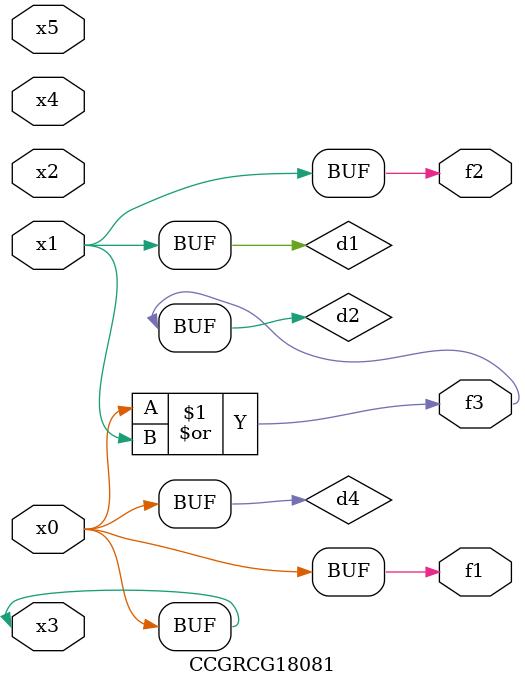
<source format=v>
module CCGRCG18081(
	input x0, x1, x2, x3, x4, x5,
	output f1, f2, f3
);

	wire d1, d2, d3, d4;

	and (d1, x1);
	or (d2, x0, x1);
	nand (d3, x0, x5);
	buf (d4, x0, x3);
	assign f1 = d4;
	assign f2 = d1;
	assign f3 = d2;
endmodule

</source>
